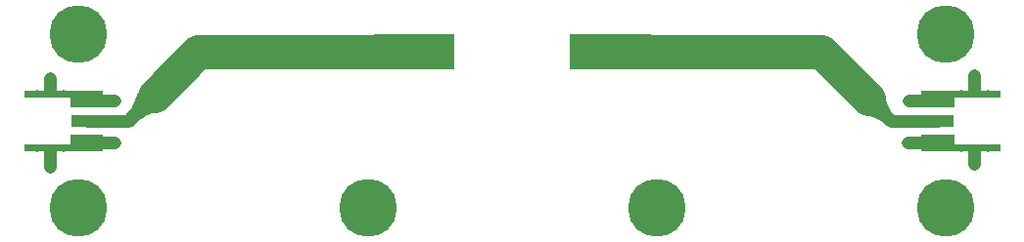
<source format=gtl>
G04*
G04 #@! TF.GenerationSoftware,Altium Limited,Altium Designer,21.4.1 (30)*
G04*
G04 Layer_Physical_Order=1*
G04 Layer_Color=255*
%FSLAX25Y25*%
%MOIN*%
G70*
G04*
G04 #@! TF.SameCoordinates,3188A3CB-C3BA-4C27-A4B5-D095F5D5FE6E*
G04*
G04*
G04 #@! TF.FilePolarity,Positive*
G04*
G01*
G75*
%ADD10R,0.11024X0.04331*%
%ADD11R,0.01000X0.01000*%
%ADD16C,0.11811*%
%ADD17C,0.04331*%
%ADD18C,0.19685*%
%ADD19C,0.02756*%
%ADD20C,0.02795*%
G36*
X16909Y41339D02*
Y44685D01*
X27972D01*
Y38976D01*
X1201D01*
Y41339D01*
X16909D01*
D02*
G37*
G36*
Y57284D02*
Y53740D01*
X27972D01*
Y59449D01*
X1201D01*
Y57284D01*
X16909D01*
D02*
G37*
G36*
X35181Y50744D02*
X35940Y51538D01*
X37249Y53128D01*
X37800Y53924D01*
X38280Y54721D01*
X38691Y55518D01*
X39032Y56316D01*
X39304Y57115D01*
X39505Y57914D01*
X39638Y58714D01*
X46214Y52138D01*
X45414Y52005D01*
X44615Y51803D01*
X43816Y51532D01*
X43018Y51191D01*
X42221Y50780D01*
X41424Y50300D01*
X40628Y49749D01*
X39833Y49130D01*
X39038Y48440D01*
X38244Y47681D01*
X35181Y50744D01*
D02*
G37*
G36*
X147638Y66929D02*
X120079D01*
Y78740D01*
X147638D01*
Y66929D01*
D02*
G37*
G36*
X214567D02*
X187008D01*
Y78740D01*
X214567D01*
Y66929D01*
D02*
G37*
G36*
X294756Y47681D02*
X294165Y48237D01*
X293548Y48746D01*
X292905Y49209D01*
X292237Y49625D01*
X291544Y49995D01*
X290825Y50319D01*
X290080Y50596D01*
X289310Y50827D01*
X288514Y51012D01*
X287693Y51150D01*
X294350Y57807D01*
X294488Y56986D01*
X294673Y56190D01*
X294904Y55420D01*
X295181Y54675D01*
X295505Y53956D01*
X295875Y53263D01*
X296291Y52595D01*
X296754Y51952D01*
X297263Y51335D01*
X297818Y50744D01*
X294756Y47681D01*
D02*
G37*
G36*
X317736Y57087D02*
Y53740D01*
X306673D01*
Y59449D01*
X333445D01*
Y57087D01*
X317736D01*
D02*
G37*
G36*
Y41142D02*
Y44685D01*
X306673D01*
Y38976D01*
X333445D01*
Y41142D01*
X317736D01*
D02*
G37*
D10*
X22461Y56299D02*
D03*
Y42126D02*
D03*
Y49213D02*
D03*
X312185Y49213D02*
D03*
Y56299D02*
D03*
Y42126D02*
D03*
D11*
X14547Y38976D02*
D03*
X5492D02*
D03*
Y59449D02*
D03*
X14547D02*
D03*
X320098Y38976D02*
D03*
X329154D02*
D03*
Y59449D02*
D03*
X320098D02*
D03*
D16*
X272665Y72835D02*
X288500Y57000D01*
X214567Y72835D02*
X272665D01*
X60335Y72835D02*
X124016D01*
X45500Y58000D02*
X60335Y72835D01*
D17*
X296287Y49213D02*
X312185D01*
X288500Y57000D02*
X296287Y49213D01*
X309626Y42126D02*
X312185D01*
X309626Y41832D02*
Y42126D01*
X301909Y41832D02*
X309626D01*
X302380Y56299D02*
X312185D01*
X302368Y56288D02*
X302380Y56299D01*
X22461Y49213D02*
X36713D01*
X45500Y58000D01*
X22461Y56299D02*
X31799D01*
X25799Y42000D02*
X32000D01*
X25000Y41201D02*
X25799Y42000D01*
X324646Y34425D02*
Y38626D01*
Y59724D02*
Y64925D01*
X10000Y33500D02*
Y38701D01*
Y59799D02*
Y64000D01*
D18*
X19685Y78740D02*
D03*
X314961D02*
D03*
Y19685D02*
D03*
X216535D02*
D03*
X118110D02*
D03*
X19685D02*
D03*
D19*
X301909Y41832D02*
D03*
X302368Y56288D02*
D03*
X32000Y42000D02*
D03*
X324646Y34425D02*
D03*
Y64925D02*
D03*
X10000Y33500D02*
D03*
Y64000D02*
D03*
D20*
X31799Y56299D02*
D03*
M02*

</source>
